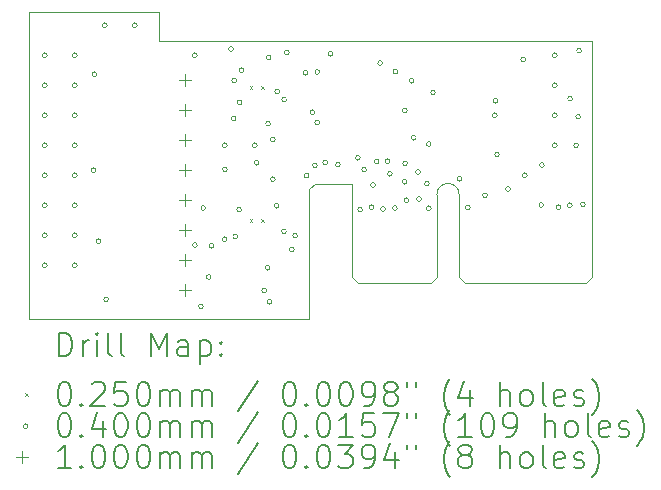
<source format=gbr>
%TF.GenerationSoftware,KiCad,Pcbnew,8.0.5*%
%TF.CreationDate,2024-11-08T07:47:15+00:00*%
%TF.ProjectId,ADE_Aux_V4,4144455f-4175-4785-9f56-342e6b696361,rev?*%
%TF.SameCoordinates,Original*%
%TF.FileFunction,Drillmap*%
%TF.FilePolarity,Positive*%
%FSLAX45Y45*%
G04 Gerber Fmt 4.5, Leading zero omitted, Abs format (unit mm)*
G04 Created by KiCad (PCBNEW 8.0.5) date 2024-11-08 07:47:15*
%MOMM*%
%LPD*%
G01*
G04 APERTURE LIST*
%ADD10C,0.100000*%
%ADD11C,0.200000*%
G04 APERTURE END LIST*
D10*
X380000Y2755000D02*
X420000Y2795000D01*
X-2000000Y4250000D02*
X-2000000Y1650000D01*
X2765000Y2795000D02*
X2765000Y4000000D01*
X-900000Y4250000D02*
X-2000000Y4250000D01*
X-2000000Y1650000D02*
X375000Y1650000D01*
X-900000Y4000000D02*
X2765000Y4000000D01*
X-900000Y4250000D02*
X-900000Y4000000D01*
X735000Y2795000D02*
X420000Y2795000D01*
X375000Y2750000D02*
X375000Y1650000D01*
X380000Y2755000D02*
X375000Y2750000D01*
X735000Y2795000D02*
X735000Y2005000D01*
X735000Y2005000D02*
X785000Y1955000D01*
X1405000Y1955000D02*
X785000Y1955000D01*
X1455000Y2700000D02*
X1455000Y2005000D01*
X1455000Y2005000D02*
X1405000Y1955000D01*
X1645000Y2700000D02*
X1645000Y2005000D01*
X1645000Y2005000D02*
X1695000Y1955000D01*
X2715000Y1955000D02*
X1695000Y1955000D01*
X2765000Y2795000D02*
X2765000Y2005000D01*
X2765000Y2005000D02*
X2715000Y1955000D01*
X1455000Y2700000D02*
G75*
G02*
X1645000Y2700000I95000J0D01*
G01*
D11*
D10*
X-130500Y3622500D02*
X-105500Y3597500D01*
X-105500Y3622500D02*
X-130500Y3597500D01*
X-130500Y2493500D02*
X-105500Y2468500D01*
X-105500Y2493500D02*
X-130500Y2468500D01*
X-30500Y3622500D02*
X-5500Y3597500D01*
X-5500Y3622500D02*
X-30500Y3597500D01*
X-30500Y2493500D02*
X-5500Y2468500D01*
X-5500Y2493500D02*
X-30500Y2468500D01*
X-1844000Y3882000D02*
G75*
G02*
X-1884000Y3882000I-20000J0D01*
G01*
X-1884000Y3882000D02*
G75*
G02*
X-1844000Y3882000I20000J0D01*
G01*
X-1844000Y3628000D02*
G75*
G02*
X-1884000Y3628000I-20000J0D01*
G01*
X-1884000Y3628000D02*
G75*
G02*
X-1844000Y3628000I20000J0D01*
G01*
X-1844000Y3374000D02*
G75*
G02*
X-1884000Y3374000I-20000J0D01*
G01*
X-1884000Y3374000D02*
G75*
G02*
X-1844000Y3374000I20000J0D01*
G01*
X-1844000Y3120000D02*
G75*
G02*
X-1884000Y3120000I-20000J0D01*
G01*
X-1884000Y3120000D02*
G75*
G02*
X-1844000Y3120000I20000J0D01*
G01*
X-1844000Y2866000D02*
G75*
G02*
X-1884000Y2866000I-20000J0D01*
G01*
X-1884000Y2866000D02*
G75*
G02*
X-1844000Y2866000I20000J0D01*
G01*
X-1844000Y2612000D02*
G75*
G02*
X-1884000Y2612000I-20000J0D01*
G01*
X-1884000Y2612000D02*
G75*
G02*
X-1844000Y2612000I20000J0D01*
G01*
X-1844000Y2358000D02*
G75*
G02*
X-1884000Y2358000I-20000J0D01*
G01*
X-1884000Y2358000D02*
G75*
G02*
X-1844000Y2358000I20000J0D01*
G01*
X-1844000Y2104000D02*
G75*
G02*
X-1884000Y2104000I-20000J0D01*
G01*
X-1884000Y2104000D02*
G75*
G02*
X-1844000Y2104000I20000J0D01*
G01*
X-1590000Y3882000D02*
G75*
G02*
X-1630000Y3882000I-20000J0D01*
G01*
X-1630000Y3882000D02*
G75*
G02*
X-1590000Y3882000I20000J0D01*
G01*
X-1590000Y3628000D02*
G75*
G02*
X-1630000Y3628000I-20000J0D01*
G01*
X-1630000Y3628000D02*
G75*
G02*
X-1590000Y3628000I20000J0D01*
G01*
X-1590000Y3374000D02*
G75*
G02*
X-1630000Y3374000I-20000J0D01*
G01*
X-1630000Y3374000D02*
G75*
G02*
X-1590000Y3374000I20000J0D01*
G01*
X-1590000Y3120000D02*
G75*
G02*
X-1630000Y3120000I-20000J0D01*
G01*
X-1630000Y3120000D02*
G75*
G02*
X-1590000Y3120000I20000J0D01*
G01*
X-1590000Y2866000D02*
G75*
G02*
X-1630000Y2866000I-20000J0D01*
G01*
X-1630000Y2866000D02*
G75*
G02*
X-1590000Y2866000I20000J0D01*
G01*
X-1590000Y2612000D02*
G75*
G02*
X-1630000Y2612000I-20000J0D01*
G01*
X-1630000Y2612000D02*
G75*
G02*
X-1590000Y2612000I20000J0D01*
G01*
X-1590000Y2358000D02*
G75*
G02*
X-1630000Y2358000I-20000J0D01*
G01*
X-1630000Y2358000D02*
G75*
G02*
X-1590000Y2358000I20000J0D01*
G01*
X-1590000Y2104000D02*
G75*
G02*
X-1630000Y2104000I-20000J0D01*
G01*
X-1630000Y2104000D02*
G75*
G02*
X-1590000Y2104000I20000J0D01*
G01*
X-1432000Y2909000D02*
G75*
G02*
X-1472000Y2909000I-20000J0D01*
G01*
X-1472000Y2909000D02*
G75*
G02*
X-1432000Y2909000I20000J0D01*
G01*
X-1424000Y3720000D02*
G75*
G02*
X-1464000Y3720000I-20000J0D01*
G01*
X-1464000Y3720000D02*
G75*
G02*
X-1424000Y3720000I20000J0D01*
G01*
X-1390000Y2306000D02*
G75*
G02*
X-1430000Y2306000I-20000J0D01*
G01*
X-1430000Y2306000D02*
G75*
G02*
X-1390000Y2306000I20000J0D01*
G01*
X-1336000Y4136000D02*
G75*
G02*
X-1376000Y4136000I-20000J0D01*
G01*
X-1376000Y4136000D02*
G75*
G02*
X-1336000Y4136000I20000J0D01*
G01*
X-1325000Y1814000D02*
G75*
G02*
X-1365000Y1814000I-20000J0D01*
G01*
X-1365000Y1814000D02*
G75*
G02*
X-1325000Y1814000I20000J0D01*
G01*
X-1082000Y4136000D02*
G75*
G02*
X-1122000Y4136000I-20000J0D01*
G01*
X-1122000Y4136000D02*
G75*
G02*
X-1082000Y4136000I20000J0D01*
G01*
X-574000Y3882000D02*
G75*
G02*
X-614000Y3882000I-20000J0D01*
G01*
X-614000Y3882000D02*
G75*
G02*
X-574000Y3882000I20000J0D01*
G01*
X-573450Y2273884D02*
G75*
G02*
X-613450Y2273884I-20000J0D01*
G01*
X-613450Y2273884D02*
G75*
G02*
X-573450Y2273884I20000J0D01*
G01*
X-522000Y1755000D02*
G75*
G02*
X-562000Y1755000I-20000J0D01*
G01*
X-562000Y1755000D02*
G75*
G02*
X-522000Y1755000I20000J0D01*
G01*
X-503000Y2588000D02*
G75*
G02*
X-543000Y2588000I-20000J0D01*
G01*
X-543000Y2588000D02*
G75*
G02*
X-503000Y2588000I20000J0D01*
G01*
X-456566Y2003391D02*
G75*
G02*
X-496566Y2003391I-20000J0D01*
G01*
X-496566Y2003391D02*
G75*
G02*
X-456566Y2003391I20000J0D01*
G01*
X-432000Y2267000D02*
G75*
G02*
X-472000Y2267000I-20000J0D01*
G01*
X-472000Y2267000D02*
G75*
G02*
X-432000Y2267000I20000J0D01*
G01*
X-321000Y2323000D02*
G75*
G02*
X-361000Y2323000I-20000J0D01*
G01*
X-361000Y2323000D02*
G75*
G02*
X-321000Y2323000I20000J0D01*
G01*
X-320000Y3120000D02*
G75*
G02*
X-360000Y3120000I-20000J0D01*
G01*
X-360000Y3120000D02*
G75*
G02*
X-320000Y3120000I20000J0D01*
G01*
X-319000Y2915000D02*
G75*
G02*
X-359000Y2915000I-20000J0D01*
G01*
X-359000Y2915000D02*
G75*
G02*
X-319000Y2915000I20000J0D01*
G01*
X-267020Y3934460D02*
G75*
G02*
X-307020Y3934460I-20000J0D01*
G01*
X-307020Y3934460D02*
G75*
G02*
X-267020Y3934460I20000J0D01*
G01*
X-245000Y3347000D02*
G75*
G02*
X-285000Y3347000I-20000J0D01*
G01*
X-285000Y3347000D02*
G75*
G02*
X-245000Y3347000I20000J0D01*
G01*
X-240000Y3669000D02*
G75*
G02*
X-280000Y3669000I-20000J0D01*
G01*
X-280000Y3669000D02*
G75*
G02*
X-240000Y3669000I20000J0D01*
G01*
X-231000Y2348000D02*
G75*
G02*
X-271000Y2348000I-20000J0D01*
G01*
X-271000Y2348000D02*
G75*
G02*
X-231000Y2348000I20000J0D01*
G01*
X-199000Y2574000D02*
G75*
G02*
X-239000Y2574000I-20000J0D01*
G01*
X-239000Y2574000D02*
G75*
G02*
X-199000Y2574000I20000J0D01*
G01*
X-195000Y3482000D02*
G75*
G02*
X-235000Y3482000I-20000J0D01*
G01*
X-235000Y3482000D02*
G75*
G02*
X-195000Y3482000I20000J0D01*
G01*
X-177550Y3755337D02*
G75*
G02*
X-217550Y3755337I-20000J0D01*
G01*
X-217550Y3755337D02*
G75*
G02*
X-177550Y3755337I20000J0D01*
G01*
X-66000Y3120000D02*
G75*
G02*
X-106000Y3120000I-20000J0D01*
G01*
X-106000Y3120000D02*
G75*
G02*
X-66000Y3120000I20000J0D01*
G01*
X-50000Y2971000D02*
G75*
G02*
X-90000Y2971000I-20000J0D01*
G01*
X-90000Y2971000D02*
G75*
G02*
X-50000Y2971000I20000J0D01*
G01*
X13000Y1889000D02*
G75*
G02*
X-27000Y1889000I-20000J0D01*
G01*
X-27000Y1889000D02*
G75*
G02*
X13000Y1889000I20000J0D01*
G01*
X43000Y2082450D02*
G75*
G02*
X3000Y2082450I-20000J0D01*
G01*
X3000Y2082450D02*
G75*
G02*
X43000Y2082450I20000J0D01*
G01*
X46000Y3302000D02*
G75*
G02*
X6000Y3302000I-20000J0D01*
G01*
X6000Y3302000D02*
G75*
G02*
X46000Y3302000I20000J0D01*
G01*
X50916Y3861056D02*
G75*
G02*
X10916Y3861056I-20000J0D01*
G01*
X10916Y3861056D02*
G75*
G02*
X50916Y3861056I20000J0D01*
G01*
X59000Y1794000D02*
G75*
G02*
X19000Y1794000I-20000J0D01*
G01*
X19000Y1794000D02*
G75*
G02*
X59000Y1794000I20000J0D01*
G01*
X86000Y3169000D02*
G75*
G02*
X46000Y3169000I-20000J0D01*
G01*
X46000Y3169000D02*
G75*
G02*
X86000Y3169000I20000J0D01*
G01*
X87000Y2832000D02*
G75*
G02*
X47000Y2832000I-20000J0D01*
G01*
X47000Y2832000D02*
G75*
G02*
X87000Y2832000I20000J0D01*
G01*
X120100Y2606000D02*
G75*
G02*
X80100Y2606000I-20000J0D01*
G01*
X80100Y2606000D02*
G75*
G02*
X120100Y2606000I20000J0D01*
G01*
X124000Y3573000D02*
G75*
G02*
X84000Y3573000I-20000J0D01*
G01*
X84000Y3573000D02*
G75*
G02*
X124000Y3573000I20000J0D01*
G01*
X181000Y2391000D02*
G75*
G02*
X141000Y2391000I-20000J0D01*
G01*
X141000Y2391000D02*
G75*
G02*
X181000Y2391000I20000J0D01*
G01*
X182550Y3504714D02*
G75*
G02*
X142550Y3504714I-20000J0D01*
G01*
X142550Y3504714D02*
G75*
G02*
X182550Y3504714I20000J0D01*
G01*
X205000Y3904550D02*
G75*
G02*
X165000Y3904550I-20000J0D01*
G01*
X165000Y3904550D02*
G75*
G02*
X205000Y3904550I20000J0D01*
G01*
X247748Y2235755D02*
G75*
G02*
X207748Y2235755I-20000J0D01*
G01*
X207748Y2235755D02*
G75*
G02*
X247748Y2235755I20000J0D01*
G01*
X275000Y2354000D02*
G75*
G02*
X235000Y2354000I-20000J0D01*
G01*
X235000Y2354000D02*
G75*
G02*
X275000Y2354000I20000J0D01*
G01*
X362900Y3733800D02*
G75*
G02*
X322900Y3733800I-20000J0D01*
G01*
X322900Y3733800D02*
G75*
G02*
X362900Y3733800I20000J0D01*
G01*
X372402Y2862000D02*
G75*
G02*
X332402Y2862000I-20000J0D01*
G01*
X332402Y2862000D02*
G75*
G02*
X372402Y2862000I20000J0D01*
G01*
X421320Y3398520D02*
G75*
G02*
X381320Y3398520I-20000J0D01*
G01*
X381320Y3398520D02*
G75*
G02*
X421320Y3398520I20000J0D01*
G01*
X443000Y2949000D02*
G75*
G02*
X403000Y2949000I-20000J0D01*
G01*
X403000Y2949000D02*
G75*
G02*
X443000Y2949000I20000J0D01*
G01*
X462845Y3311150D02*
G75*
G02*
X422845Y3311150I-20000J0D01*
G01*
X422845Y3311150D02*
G75*
G02*
X462845Y3311150I20000J0D01*
G01*
X463000Y3740000D02*
G75*
G02*
X423000Y3740000I-20000J0D01*
G01*
X423000Y3740000D02*
G75*
G02*
X463000Y3740000I20000J0D01*
G01*
X530000Y2972000D02*
G75*
G02*
X490000Y2972000I-20000J0D01*
G01*
X490000Y2972000D02*
G75*
G02*
X530000Y2972000I20000J0D01*
G01*
X574000Y3893000D02*
G75*
G02*
X534000Y3893000I-20000J0D01*
G01*
X534000Y3893000D02*
G75*
G02*
X574000Y3893000I20000J0D01*
G01*
X638230Y2954620D02*
G75*
G02*
X598230Y2954620I-20000J0D01*
G01*
X598230Y2954620D02*
G75*
G02*
X638230Y2954620I20000J0D01*
G01*
X806390Y3012440D02*
G75*
G02*
X766390Y3012440I-20000J0D01*
G01*
X766390Y3012440D02*
G75*
G02*
X806390Y3012440I20000J0D01*
G01*
X825000Y2574000D02*
G75*
G02*
X785000Y2574000I-20000J0D01*
G01*
X785000Y2574000D02*
G75*
G02*
X825000Y2574000I20000J0D01*
G01*
X859341Y2912341D02*
G75*
G02*
X819341Y2912341I-20000J0D01*
G01*
X819341Y2912341D02*
G75*
G02*
X859341Y2912341I20000J0D01*
G01*
X922000Y2595000D02*
G75*
G02*
X882000Y2595000I-20000J0D01*
G01*
X882000Y2595000D02*
G75*
G02*
X922000Y2595000I20000J0D01*
G01*
X934391Y2783391D02*
G75*
G02*
X894391Y2783391I-20000J0D01*
G01*
X894391Y2783391D02*
G75*
G02*
X934391Y2783391I20000J0D01*
G01*
X965768Y2982550D02*
G75*
G02*
X925768Y2982550I-20000J0D01*
G01*
X925768Y2982550D02*
G75*
G02*
X965768Y2982550I20000J0D01*
G01*
X995360Y3815080D02*
G75*
G02*
X955360Y3815080I-20000J0D01*
G01*
X955360Y3815080D02*
G75*
G02*
X995360Y3815080I20000J0D01*
G01*
X1020000Y2580000D02*
G75*
G02*
X980000Y2580000I-20000J0D01*
G01*
X980000Y2580000D02*
G75*
G02*
X1020000Y2580000I20000J0D01*
G01*
X1057500Y2985000D02*
G75*
G02*
X1017500Y2985000I-20000J0D01*
G01*
X1017500Y2985000D02*
G75*
G02*
X1057500Y2985000I20000J0D01*
G01*
X1077500Y2877500D02*
G75*
G02*
X1037500Y2877500I-20000J0D01*
G01*
X1037500Y2877500D02*
G75*
G02*
X1077500Y2877500I20000J0D01*
G01*
X1120000Y2587000D02*
G75*
G02*
X1080000Y2587000I-20000J0D01*
G01*
X1080000Y2587000D02*
G75*
G02*
X1120000Y2587000I20000J0D01*
G01*
X1125000Y3742500D02*
G75*
G02*
X1085000Y3742500I-20000J0D01*
G01*
X1085000Y3742500D02*
G75*
G02*
X1125000Y3742500I20000J0D01*
G01*
X1203640Y3413760D02*
G75*
G02*
X1163640Y3413760I-20000J0D01*
G01*
X1163640Y3413760D02*
G75*
G02*
X1203640Y3413760I20000J0D01*
G01*
X1203640Y2809240D02*
G75*
G02*
X1163640Y2809240I-20000J0D01*
G01*
X1163640Y2809240D02*
G75*
G02*
X1203640Y2809240I20000J0D01*
G01*
X1206180Y2966720D02*
G75*
G02*
X1166180Y2966720I-20000J0D01*
G01*
X1166180Y2966720D02*
G75*
G02*
X1206180Y2966720I20000J0D01*
G01*
X1217000Y2654000D02*
G75*
G02*
X1177000Y2654000I-20000J0D01*
G01*
X1177000Y2654000D02*
G75*
G02*
X1217000Y2654000I20000J0D01*
G01*
X1262000Y3665000D02*
G75*
G02*
X1222000Y3665000I-20000J0D01*
G01*
X1222000Y3665000D02*
G75*
G02*
X1262000Y3665000I20000J0D01*
G01*
X1279840Y3182620D02*
G75*
G02*
X1239840Y3182620I-20000J0D01*
G01*
X1239840Y3182620D02*
G75*
G02*
X1279840Y3182620I20000J0D01*
G01*
X1315400Y2893060D02*
G75*
G02*
X1275400Y2893060I-20000J0D01*
G01*
X1275400Y2893060D02*
G75*
G02*
X1315400Y2893060I20000J0D01*
G01*
X1324000Y2664000D02*
G75*
G02*
X1284000Y2664000I-20000J0D01*
G01*
X1284000Y2664000D02*
G75*
G02*
X1324000Y2664000I20000J0D01*
G01*
X1391600Y2794000D02*
G75*
G02*
X1351600Y2794000I-20000J0D01*
G01*
X1351600Y2794000D02*
G75*
G02*
X1391600Y2794000I20000J0D01*
G01*
X1406840Y3129280D02*
G75*
G02*
X1366840Y3129280I-20000J0D01*
G01*
X1366840Y3129280D02*
G75*
G02*
X1406840Y3129280I20000J0D01*
G01*
X1406840Y2585720D02*
G75*
G02*
X1366840Y2585720I-20000J0D01*
G01*
X1366840Y2585720D02*
G75*
G02*
X1406840Y2585720I20000J0D01*
G01*
X1443000Y3566000D02*
G75*
G02*
X1403000Y3566000I-20000J0D01*
G01*
X1403000Y3566000D02*
G75*
G02*
X1443000Y3566000I20000J0D01*
G01*
X1665920Y2834640D02*
G75*
G02*
X1625920Y2834640I-20000J0D01*
G01*
X1625920Y2834640D02*
G75*
G02*
X1665920Y2834640I20000J0D01*
G01*
X1737040Y2593340D02*
G75*
G02*
X1697040Y2593340I-20000J0D01*
G01*
X1697040Y2593340D02*
G75*
G02*
X1737040Y2593340I20000J0D01*
G01*
X1883000Y2696000D02*
G75*
G02*
X1843000Y2696000I-20000J0D01*
G01*
X1843000Y2696000D02*
G75*
G02*
X1883000Y2696000I20000J0D01*
G01*
X1966000Y3374000D02*
G75*
G02*
X1926000Y3374000I-20000J0D01*
G01*
X1926000Y3374000D02*
G75*
G02*
X1966000Y3374000I20000J0D01*
G01*
X1970720Y3495040D02*
G75*
G02*
X1930720Y3495040I-20000J0D01*
G01*
X1930720Y3495040D02*
G75*
G02*
X1970720Y3495040I20000J0D01*
G01*
X1985000Y3041000D02*
G75*
G02*
X1945000Y3041000I-20000J0D01*
G01*
X1945000Y3041000D02*
G75*
G02*
X1985000Y3041000I20000J0D01*
G01*
X2077000Y2748000D02*
G75*
G02*
X2037000Y2748000I-20000J0D01*
G01*
X2037000Y2748000D02*
G75*
G02*
X2077000Y2748000I20000J0D01*
G01*
X2206940Y3845560D02*
G75*
G02*
X2166940Y3845560I-20000J0D01*
G01*
X2166940Y3845560D02*
G75*
G02*
X2206940Y3845560I20000J0D01*
G01*
X2220000Y2866000D02*
G75*
G02*
X2180000Y2866000I-20000J0D01*
G01*
X2180000Y2866000D02*
G75*
G02*
X2220000Y2866000I20000J0D01*
G01*
X2359340Y2613660D02*
G75*
G02*
X2319340Y2613660I-20000J0D01*
G01*
X2319340Y2613660D02*
G75*
G02*
X2359340Y2613660I20000J0D01*
G01*
X2364420Y2951480D02*
G75*
G02*
X2324420Y2951480I-20000J0D01*
G01*
X2324420Y2951480D02*
G75*
G02*
X2364420Y2951480I20000J0D01*
G01*
X2474000Y3882000D02*
G75*
G02*
X2434000Y3882000I-20000J0D01*
G01*
X2434000Y3882000D02*
G75*
G02*
X2474000Y3882000I20000J0D01*
G01*
X2474000Y3628000D02*
G75*
G02*
X2434000Y3628000I-20000J0D01*
G01*
X2434000Y3628000D02*
G75*
G02*
X2474000Y3628000I20000J0D01*
G01*
X2474000Y3374000D02*
G75*
G02*
X2434000Y3374000I-20000J0D01*
G01*
X2434000Y3374000D02*
G75*
G02*
X2474000Y3374000I20000J0D01*
G01*
X2474000Y3120000D02*
G75*
G02*
X2434000Y3120000I-20000J0D01*
G01*
X2434000Y3120000D02*
G75*
G02*
X2474000Y3120000I20000J0D01*
G01*
X2504120Y2595880D02*
G75*
G02*
X2464120Y2595880I-20000J0D01*
G01*
X2464120Y2595880D02*
G75*
G02*
X2504120Y2595880I20000J0D01*
G01*
X2600640Y2611120D02*
G75*
G02*
X2560640Y2611120I-20000J0D01*
G01*
X2560640Y2611120D02*
G75*
G02*
X2600640Y2611120I20000J0D01*
G01*
X2603180Y3512820D02*
G75*
G02*
X2563180Y3512820I-20000J0D01*
G01*
X2563180Y3512820D02*
G75*
G02*
X2603180Y3512820I20000J0D01*
G01*
X2653980Y3119120D02*
G75*
G02*
X2613980Y3119120I-20000J0D01*
G01*
X2613980Y3119120D02*
G75*
G02*
X2653980Y3119120I20000J0D01*
G01*
X2671760Y3360420D02*
G75*
G02*
X2631760Y3360420I-20000J0D01*
G01*
X2631760Y3360420D02*
G75*
G02*
X2671760Y3360420I20000J0D01*
G01*
X2679380Y3919220D02*
G75*
G02*
X2639380Y3919220I-20000J0D01*
G01*
X2639380Y3919220D02*
G75*
G02*
X2679380Y3919220I20000J0D01*
G01*
X2712400Y2618740D02*
G75*
G02*
X2672400Y2618740I-20000J0D01*
G01*
X2672400Y2618740D02*
G75*
G02*
X2712400Y2618740I20000J0D01*
G01*
X-675020Y3719298D02*
X-675020Y3619298D01*
X-725020Y3669298D02*
X-625020Y3669298D01*
X-675020Y3465298D02*
X-675020Y3365298D01*
X-725020Y3415298D02*
X-625020Y3415298D01*
X-675020Y3211298D02*
X-675020Y3111298D01*
X-725020Y3161298D02*
X-625020Y3161298D01*
X-675020Y2957298D02*
X-675020Y2857298D01*
X-725020Y2907298D02*
X-625020Y2907298D01*
X-675020Y2703298D02*
X-675020Y2603298D01*
X-725020Y2653298D02*
X-625020Y2653298D01*
X-675020Y2449298D02*
X-675020Y2349298D01*
X-725020Y2399298D02*
X-625020Y2399298D01*
X-675020Y2195298D02*
X-675020Y2095298D01*
X-725020Y2145298D02*
X-625020Y2145298D01*
X-675020Y1941298D02*
X-675020Y1841298D01*
X-725020Y1891298D02*
X-625020Y1891298D01*
D11*
X-1744223Y1333516D02*
X-1744223Y1533516D01*
X-1744223Y1533516D02*
X-1696604Y1533516D01*
X-1696604Y1533516D02*
X-1668033Y1523992D01*
X-1668033Y1523992D02*
X-1648985Y1504945D01*
X-1648985Y1504945D02*
X-1639461Y1485897D01*
X-1639461Y1485897D02*
X-1629937Y1447802D01*
X-1629937Y1447802D02*
X-1629937Y1419230D01*
X-1629937Y1419230D02*
X-1639461Y1381135D01*
X-1639461Y1381135D02*
X-1648985Y1362088D01*
X-1648985Y1362088D02*
X-1668033Y1343040D01*
X-1668033Y1343040D02*
X-1696604Y1333516D01*
X-1696604Y1333516D02*
X-1744223Y1333516D01*
X-1544223Y1333516D02*
X-1544223Y1466849D01*
X-1544223Y1428754D02*
X-1534699Y1447802D01*
X-1534699Y1447802D02*
X-1525175Y1457326D01*
X-1525175Y1457326D02*
X-1506128Y1466849D01*
X-1506128Y1466849D02*
X-1487080Y1466849D01*
X-1420414Y1333516D02*
X-1420414Y1466849D01*
X-1420414Y1533516D02*
X-1429937Y1523992D01*
X-1429937Y1523992D02*
X-1420414Y1514468D01*
X-1420414Y1514468D02*
X-1410890Y1523992D01*
X-1410890Y1523992D02*
X-1420414Y1533516D01*
X-1420414Y1533516D02*
X-1420414Y1514468D01*
X-1296604Y1333516D02*
X-1315652Y1343040D01*
X-1315652Y1343040D02*
X-1325176Y1362088D01*
X-1325176Y1362088D02*
X-1325176Y1533516D01*
X-1191842Y1333516D02*
X-1210890Y1343040D01*
X-1210890Y1343040D02*
X-1220414Y1362088D01*
X-1220414Y1362088D02*
X-1220414Y1533516D01*
X-963271Y1333516D02*
X-963271Y1533516D01*
X-963271Y1533516D02*
X-896604Y1390659D01*
X-896604Y1390659D02*
X-829937Y1533516D01*
X-829937Y1533516D02*
X-829937Y1333516D01*
X-648985Y1333516D02*
X-648985Y1438278D01*
X-648985Y1438278D02*
X-658509Y1457326D01*
X-658509Y1457326D02*
X-677556Y1466849D01*
X-677556Y1466849D02*
X-715652Y1466849D01*
X-715652Y1466849D02*
X-734699Y1457326D01*
X-648985Y1343040D02*
X-668033Y1333516D01*
X-668033Y1333516D02*
X-715652Y1333516D01*
X-715652Y1333516D02*
X-734699Y1343040D01*
X-734699Y1343040D02*
X-744223Y1362088D01*
X-744223Y1362088D02*
X-744223Y1381135D01*
X-744223Y1381135D02*
X-734699Y1400183D01*
X-734699Y1400183D02*
X-715652Y1409707D01*
X-715652Y1409707D02*
X-668033Y1409707D01*
X-668033Y1409707D02*
X-648985Y1419230D01*
X-553747Y1466849D02*
X-553747Y1266850D01*
X-553747Y1457326D02*
X-534699Y1466849D01*
X-534699Y1466849D02*
X-496604Y1466849D01*
X-496604Y1466849D02*
X-477556Y1457326D01*
X-477556Y1457326D02*
X-468033Y1447802D01*
X-468033Y1447802D02*
X-458509Y1428754D01*
X-458509Y1428754D02*
X-458509Y1371611D01*
X-458509Y1371611D02*
X-468033Y1352564D01*
X-468033Y1352564D02*
X-477556Y1343040D01*
X-477556Y1343040D02*
X-496604Y1333516D01*
X-496604Y1333516D02*
X-534699Y1333516D01*
X-534699Y1333516D02*
X-553747Y1343040D01*
X-372794Y1352564D02*
X-363271Y1343040D01*
X-363271Y1343040D02*
X-372794Y1333516D01*
X-372794Y1333516D02*
X-382318Y1343040D01*
X-382318Y1343040D02*
X-372794Y1352564D01*
X-372794Y1352564D02*
X-372794Y1333516D01*
X-372794Y1457326D02*
X-363271Y1447802D01*
X-363271Y1447802D02*
X-372794Y1438278D01*
X-372794Y1438278D02*
X-382318Y1447802D01*
X-382318Y1447802D02*
X-372794Y1457326D01*
X-372794Y1457326D02*
X-372794Y1438278D01*
D10*
X-2030000Y1017500D02*
X-2005000Y992500D01*
X-2005000Y1017500D02*
X-2030000Y992500D01*
D11*
X-1706128Y1113516D02*
X-1687080Y1113516D01*
X-1687080Y1113516D02*
X-1668033Y1103992D01*
X-1668033Y1103992D02*
X-1658509Y1094469D01*
X-1658509Y1094469D02*
X-1648985Y1075421D01*
X-1648985Y1075421D02*
X-1639461Y1037326D01*
X-1639461Y1037326D02*
X-1639461Y989707D01*
X-1639461Y989707D02*
X-1648985Y951611D01*
X-1648985Y951611D02*
X-1658509Y932564D01*
X-1658509Y932564D02*
X-1668033Y923040D01*
X-1668033Y923040D02*
X-1687080Y913516D01*
X-1687080Y913516D02*
X-1706128Y913516D01*
X-1706128Y913516D02*
X-1725175Y923040D01*
X-1725175Y923040D02*
X-1734699Y932564D01*
X-1734699Y932564D02*
X-1744223Y951611D01*
X-1744223Y951611D02*
X-1753747Y989707D01*
X-1753747Y989707D02*
X-1753747Y1037326D01*
X-1753747Y1037326D02*
X-1744223Y1075421D01*
X-1744223Y1075421D02*
X-1734699Y1094469D01*
X-1734699Y1094469D02*
X-1725175Y1103992D01*
X-1725175Y1103992D02*
X-1706128Y1113516D01*
X-1553747Y932564D02*
X-1544223Y923040D01*
X-1544223Y923040D02*
X-1553747Y913516D01*
X-1553747Y913516D02*
X-1563271Y923040D01*
X-1563271Y923040D02*
X-1553747Y932564D01*
X-1553747Y932564D02*
X-1553747Y913516D01*
X-1468033Y1094469D02*
X-1458509Y1103992D01*
X-1458509Y1103992D02*
X-1439461Y1113516D01*
X-1439461Y1113516D02*
X-1391842Y1113516D01*
X-1391842Y1113516D02*
X-1372795Y1103992D01*
X-1372795Y1103992D02*
X-1363271Y1094469D01*
X-1363271Y1094469D02*
X-1353747Y1075421D01*
X-1353747Y1075421D02*
X-1353747Y1056373D01*
X-1353747Y1056373D02*
X-1363271Y1027802D01*
X-1363271Y1027802D02*
X-1477556Y913516D01*
X-1477556Y913516D02*
X-1353747Y913516D01*
X-1172795Y1113516D02*
X-1268033Y1113516D01*
X-1268033Y1113516D02*
X-1277556Y1018278D01*
X-1277556Y1018278D02*
X-1268033Y1027802D01*
X-1268033Y1027802D02*
X-1248985Y1037326D01*
X-1248985Y1037326D02*
X-1201366Y1037326D01*
X-1201366Y1037326D02*
X-1182318Y1027802D01*
X-1182318Y1027802D02*
X-1172795Y1018278D01*
X-1172795Y1018278D02*
X-1163271Y999230D01*
X-1163271Y999230D02*
X-1163271Y951611D01*
X-1163271Y951611D02*
X-1172795Y932564D01*
X-1172795Y932564D02*
X-1182318Y923040D01*
X-1182318Y923040D02*
X-1201366Y913516D01*
X-1201366Y913516D02*
X-1248985Y913516D01*
X-1248985Y913516D02*
X-1268033Y923040D01*
X-1268033Y923040D02*
X-1277556Y932564D01*
X-1039461Y1113516D02*
X-1020413Y1113516D01*
X-1020413Y1113516D02*
X-1001366Y1103992D01*
X-1001366Y1103992D02*
X-991842Y1094469D01*
X-991842Y1094469D02*
X-982318Y1075421D01*
X-982318Y1075421D02*
X-972794Y1037326D01*
X-972794Y1037326D02*
X-972794Y989707D01*
X-972794Y989707D02*
X-982318Y951611D01*
X-982318Y951611D02*
X-991842Y932564D01*
X-991842Y932564D02*
X-1001366Y923040D01*
X-1001366Y923040D02*
X-1020413Y913516D01*
X-1020413Y913516D02*
X-1039461Y913516D01*
X-1039461Y913516D02*
X-1058509Y923040D01*
X-1058509Y923040D02*
X-1068033Y932564D01*
X-1068033Y932564D02*
X-1077556Y951611D01*
X-1077556Y951611D02*
X-1087080Y989707D01*
X-1087080Y989707D02*
X-1087080Y1037326D01*
X-1087080Y1037326D02*
X-1077556Y1075421D01*
X-1077556Y1075421D02*
X-1068033Y1094469D01*
X-1068033Y1094469D02*
X-1058509Y1103992D01*
X-1058509Y1103992D02*
X-1039461Y1113516D01*
X-887080Y913516D02*
X-887080Y1046849D01*
X-887080Y1027802D02*
X-877556Y1037326D01*
X-877556Y1037326D02*
X-858509Y1046849D01*
X-858509Y1046849D02*
X-829937Y1046849D01*
X-829937Y1046849D02*
X-810890Y1037326D01*
X-810890Y1037326D02*
X-801366Y1018278D01*
X-801366Y1018278D02*
X-801366Y913516D01*
X-801366Y1018278D02*
X-791842Y1037326D01*
X-791842Y1037326D02*
X-772794Y1046849D01*
X-772794Y1046849D02*
X-744223Y1046849D01*
X-744223Y1046849D02*
X-725175Y1037326D01*
X-725175Y1037326D02*
X-715652Y1018278D01*
X-715652Y1018278D02*
X-715652Y913516D01*
X-620414Y913516D02*
X-620414Y1046849D01*
X-620414Y1027802D02*
X-610890Y1037326D01*
X-610890Y1037326D02*
X-591842Y1046849D01*
X-591842Y1046849D02*
X-563271Y1046849D01*
X-563271Y1046849D02*
X-544223Y1037326D01*
X-544223Y1037326D02*
X-534699Y1018278D01*
X-534699Y1018278D02*
X-534699Y913516D01*
X-534699Y1018278D02*
X-525175Y1037326D01*
X-525175Y1037326D02*
X-506128Y1046849D01*
X-506128Y1046849D02*
X-477556Y1046849D01*
X-477556Y1046849D02*
X-458509Y1037326D01*
X-458509Y1037326D02*
X-448985Y1018278D01*
X-448985Y1018278D02*
X-448985Y913516D01*
X-58509Y1123040D02*
X-229937Y865897D01*
X198634Y1113516D02*
X217682Y1113516D01*
X217682Y1113516D02*
X236729Y1103992D01*
X236729Y1103992D02*
X246253Y1094469D01*
X246253Y1094469D02*
X255777Y1075421D01*
X255777Y1075421D02*
X265301Y1037326D01*
X265301Y1037326D02*
X265301Y989707D01*
X265301Y989707D02*
X255777Y951611D01*
X255777Y951611D02*
X246253Y932564D01*
X246253Y932564D02*
X236729Y923040D01*
X236729Y923040D02*
X217682Y913516D01*
X217682Y913516D02*
X198634Y913516D01*
X198634Y913516D02*
X179586Y923040D01*
X179586Y923040D02*
X170063Y932564D01*
X170063Y932564D02*
X160539Y951611D01*
X160539Y951611D02*
X151015Y989707D01*
X151015Y989707D02*
X151015Y1037326D01*
X151015Y1037326D02*
X160539Y1075421D01*
X160539Y1075421D02*
X170063Y1094469D01*
X170063Y1094469D02*
X179586Y1103992D01*
X179586Y1103992D02*
X198634Y1113516D01*
X351015Y932564D02*
X360539Y923040D01*
X360539Y923040D02*
X351015Y913516D01*
X351015Y913516D02*
X341491Y923040D01*
X341491Y923040D02*
X351015Y932564D01*
X351015Y932564D02*
X351015Y913516D01*
X484348Y1113516D02*
X503396Y1113516D01*
X503396Y1113516D02*
X522444Y1103992D01*
X522444Y1103992D02*
X531968Y1094469D01*
X531968Y1094469D02*
X541491Y1075421D01*
X541491Y1075421D02*
X551015Y1037326D01*
X551015Y1037326D02*
X551015Y989707D01*
X551015Y989707D02*
X541491Y951611D01*
X541491Y951611D02*
X531968Y932564D01*
X531968Y932564D02*
X522444Y923040D01*
X522444Y923040D02*
X503396Y913516D01*
X503396Y913516D02*
X484348Y913516D01*
X484348Y913516D02*
X465301Y923040D01*
X465301Y923040D02*
X455777Y932564D01*
X455777Y932564D02*
X446253Y951611D01*
X446253Y951611D02*
X436729Y989707D01*
X436729Y989707D02*
X436729Y1037326D01*
X436729Y1037326D02*
X446253Y1075421D01*
X446253Y1075421D02*
X455777Y1094469D01*
X455777Y1094469D02*
X465301Y1103992D01*
X465301Y1103992D02*
X484348Y1113516D01*
X674825Y1113516D02*
X693872Y1113516D01*
X693872Y1113516D02*
X712920Y1103992D01*
X712920Y1103992D02*
X722444Y1094469D01*
X722444Y1094469D02*
X731967Y1075421D01*
X731967Y1075421D02*
X741491Y1037326D01*
X741491Y1037326D02*
X741491Y989707D01*
X741491Y989707D02*
X731967Y951611D01*
X731967Y951611D02*
X722444Y932564D01*
X722444Y932564D02*
X712920Y923040D01*
X712920Y923040D02*
X693872Y913516D01*
X693872Y913516D02*
X674825Y913516D01*
X674825Y913516D02*
X655777Y923040D01*
X655777Y923040D02*
X646253Y932564D01*
X646253Y932564D02*
X636729Y951611D01*
X636729Y951611D02*
X627206Y989707D01*
X627206Y989707D02*
X627206Y1037326D01*
X627206Y1037326D02*
X636729Y1075421D01*
X636729Y1075421D02*
X646253Y1094469D01*
X646253Y1094469D02*
X655777Y1103992D01*
X655777Y1103992D02*
X674825Y1113516D01*
X836729Y913516D02*
X874825Y913516D01*
X874825Y913516D02*
X893872Y923040D01*
X893872Y923040D02*
X903396Y932564D01*
X903396Y932564D02*
X922444Y961135D01*
X922444Y961135D02*
X931967Y999230D01*
X931967Y999230D02*
X931967Y1075421D01*
X931967Y1075421D02*
X922444Y1094469D01*
X922444Y1094469D02*
X912920Y1103992D01*
X912920Y1103992D02*
X893872Y1113516D01*
X893872Y1113516D02*
X855777Y1113516D01*
X855777Y1113516D02*
X836729Y1103992D01*
X836729Y1103992D02*
X827206Y1094469D01*
X827206Y1094469D02*
X817682Y1075421D01*
X817682Y1075421D02*
X817682Y1027802D01*
X817682Y1027802D02*
X827206Y1008754D01*
X827206Y1008754D02*
X836729Y999230D01*
X836729Y999230D02*
X855777Y989707D01*
X855777Y989707D02*
X893872Y989707D01*
X893872Y989707D02*
X912920Y999230D01*
X912920Y999230D02*
X922444Y1008754D01*
X922444Y1008754D02*
X931967Y1027802D01*
X1046253Y1027802D02*
X1027206Y1037326D01*
X1027206Y1037326D02*
X1017682Y1046849D01*
X1017682Y1046849D02*
X1008158Y1065897D01*
X1008158Y1065897D02*
X1008158Y1075421D01*
X1008158Y1075421D02*
X1017682Y1094469D01*
X1017682Y1094469D02*
X1027206Y1103992D01*
X1027206Y1103992D02*
X1046253Y1113516D01*
X1046253Y1113516D02*
X1084349Y1113516D01*
X1084349Y1113516D02*
X1103396Y1103992D01*
X1103396Y1103992D02*
X1112920Y1094469D01*
X1112920Y1094469D02*
X1122444Y1075421D01*
X1122444Y1075421D02*
X1122444Y1065897D01*
X1122444Y1065897D02*
X1112920Y1046849D01*
X1112920Y1046849D02*
X1103396Y1037326D01*
X1103396Y1037326D02*
X1084349Y1027802D01*
X1084349Y1027802D02*
X1046253Y1027802D01*
X1046253Y1027802D02*
X1027206Y1018278D01*
X1027206Y1018278D02*
X1017682Y1008754D01*
X1017682Y1008754D02*
X1008158Y989707D01*
X1008158Y989707D02*
X1008158Y951611D01*
X1008158Y951611D02*
X1017682Y932564D01*
X1017682Y932564D02*
X1027206Y923040D01*
X1027206Y923040D02*
X1046253Y913516D01*
X1046253Y913516D02*
X1084349Y913516D01*
X1084349Y913516D02*
X1103396Y923040D01*
X1103396Y923040D02*
X1112920Y932564D01*
X1112920Y932564D02*
X1122444Y951611D01*
X1122444Y951611D02*
X1122444Y989707D01*
X1122444Y989707D02*
X1112920Y1008754D01*
X1112920Y1008754D02*
X1103396Y1018278D01*
X1103396Y1018278D02*
X1084349Y1027802D01*
X1198634Y1113516D02*
X1198634Y1075421D01*
X1274825Y1113516D02*
X1274825Y1075421D01*
X1570063Y837326D02*
X1560539Y846849D01*
X1560539Y846849D02*
X1541491Y875421D01*
X1541491Y875421D02*
X1531968Y894468D01*
X1531968Y894468D02*
X1522444Y923040D01*
X1522444Y923040D02*
X1512920Y970659D01*
X1512920Y970659D02*
X1512920Y1008754D01*
X1512920Y1008754D02*
X1522444Y1056373D01*
X1522444Y1056373D02*
X1531968Y1084945D01*
X1531968Y1084945D02*
X1541491Y1103992D01*
X1541491Y1103992D02*
X1560539Y1132564D01*
X1560539Y1132564D02*
X1570063Y1142088D01*
X1731968Y1046849D02*
X1731968Y913516D01*
X1684348Y1123040D02*
X1636729Y980183D01*
X1636729Y980183D02*
X1760539Y980183D01*
X1989110Y913516D02*
X1989110Y1113516D01*
X2074825Y913516D02*
X2074825Y1018278D01*
X2074825Y1018278D02*
X2065301Y1037326D01*
X2065301Y1037326D02*
X2046253Y1046849D01*
X2046253Y1046849D02*
X2017682Y1046849D01*
X2017682Y1046849D02*
X1998634Y1037326D01*
X1998634Y1037326D02*
X1989110Y1027802D01*
X2198634Y913516D02*
X2179587Y923040D01*
X2179587Y923040D02*
X2170063Y932564D01*
X2170063Y932564D02*
X2160539Y951611D01*
X2160539Y951611D02*
X2160539Y1008754D01*
X2160539Y1008754D02*
X2170063Y1027802D01*
X2170063Y1027802D02*
X2179587Y1037326D01*
X2179587Y1037326D02*
X2198634Y1046849D01*
X2198634Y1046849D02*
X2227206Y1046849D01*
X2227206Y1046849D02*
X2246253Y1037326D01*
X2246253Y1037326D02*
X2255777Y1027802D01*
X2255777Y1027802D02*
X2265301Y1008754D01*
X2265301Y1008754D02*
X2265301Y951611D01*
X2265301Y951611D02*
X2255777Y932564D01*
X2255777Y932564D02*
X2246253Y923040D01*
X2246253Y923040D02*
X2227206Y913516D01*
X2227206Y913516D02*
X2198634Y913516D01*
X2379587Y913516D02*
X2360539Y923040D01*
X2360539Y923040D02*
X2351015Y942088D01*
X2351015Y942088D02*
X2351015Y1113516D01*
X2531968Y923040D02*
X2512920Y913516D01*
X2512920Y913516D02*
X2474825Y913516D01*
X2474825Y913516D02*
X2455777Y923040D01*
X2455777Y923040D02*
X2446253Y942088D01*
X2446253Y942088D02*
X2446253Y1018278D01*
X2446253Y1018278D02*
X2455777Y1037326D01*
X2455777Y1037326D02*
X2474825Y1046849D01*
X2474825Y1046849D02*
X2512920Y1046849D01*
X2512920Y1046849D02*
X2531968Y1037326D01*
X2531968Y1037326D02*
X2541492Y1018278D01*
X2541492Y1018278D02*
X2541492Y999230D01*
X2541492Y999230D02*
X2446253Y980183D01*
X2617682Y923040D02*
X2636730Y913516D01*
X2636730Y913516D02*
X2674825Y913516D01*
X2674825Y913516D02*
X2693873Y923040D01*
X2693873Y923040D02*
X2703396Y942088D01*
X2703396Y942088D02*
X2703396Y951611D01*
X2703396Y951611D02*
X2693873Y970659D01*
X2693873Y970659D02*
X2674825Y980183D01*
X2674825Y980183D02*
X2646253Y980183D01*
X2646253Y980183D02*
X2627206Y989707D01*
X2627206Y989707D02*
X2617682Y1008754D01*
X2617682Y1008754D02*
X2617682Y1018278D01*
X2617682Y1018278D02*
X2627206Y1037326D01*
X2627206Y1037326D02*
X2646253Y1046849D01*
X2646253Y1046849D02*
X2674825Y1046849D01*
X2674825Y1046849D02*
X2693873Y1037326D01*
X2770063Y837326D02*
X2779587Y846849D01*
X2779587Y846849D02*
X2798634Y875421D01*
X2798634Y875421D02*
X2808158Y894468D01*
X2808158Y894468D02*
X2817682Y923040D01*
X2817682Y923040D02*
X2827206Y970659D01*
X2827206Y970659D02*
X2827206Y1008754D01*
X2827206Y1008754D02*
X2817682Y1056373D01*
X2817682Y1056373D02*
X2808158Y1084945D01*
X2808158Y1084945D02*
X2798634Y1103992D01*
X2798634Y1103992D02*
X2779587Y1132564D01*
X2779587Y1132564D02*
X2770063Y1142088D01*
D10*
X-2005000Y741000D02*
G75*
G02*
X-2045000Y741000I-20000J0D01*
G01*
X-2045000Y741000D02*
G75*
G02*
X-2005000Y741000I20000J0D01*
G01*
D11*
X-1706128Y849516D02*
X-1687080Y849516D01*
X-1687080Y849516D02*
X-1668033Y839992D01*
X-1668033Y839992D02*
X-1658509Y830468D01*
X-1658509Y830468D02*
X-1648985Y811421D01*
X-1648985Y811421D02*
X-1639461Y773326D01*
X-1639461Y773326D02*
X-1639461Y725707D01*
X-1639461Y725707D02*
X-1648985Y687611D01*
X-1648985Y687611D02*
X-1658509Y668564D01*
X-1658509Y668564D02*
X-1668033Y659040D01*
X-1668033Y659040D02*
X-1687080Y649516D01*
X-1687080Y649516D02*
X-1706128Y649516D01*
X-1706128Y649516D02*
X-1725175Y659040D01*
X-1725175Y659040D02*
X-1734699Y668564D01*
X-1734699Y668564D02*
X-1744223Y687611D01*
X-1744223Y687611D02*
X-1753747Y725707D01*
X-1753747Y725707D02*
X-1753747Y773326D01*
X-1753747Y773326D02*
X-1744223Y811421D01*
X-1744223Y811421D02*
X-1734699Y830468D01*
X-1734699Y830468D02*
X-1725175Y839992D01*
X-1725175Y839992D02*
X-1706128Y849516D01*
X-1553747Y668564D02*
X-1544223Y659040D01*
X-1544223Y659040D02*
X-1553747Y649516D01*
X-1553747Y649516D02*
X-1563271Y659040D01*
X-1563271Y659040D02*
X-1553747Y668564D01*
X-1553747Y668564D02*
X-1553747Y649516D01*
X-1372795Y782849D02*
X-1372795Y649516D01*
X-1420414Y859040D02*
X-1468033Y716183D01*
X-1468033Y716183D02*
X-1344223Y716183D01*
X-1229937Y849516D02*
X-1210890Y849516D01*
X-1210890Y849516D02*
X-1191842Y839992D01*
X-1191842Y839992D02*
X-1182318Y830468D01*
X-1182318Y830468D02*
X-1172795Y811421D01*
X-1172795Y811421D02*
X-1163271Y773326D01*
X-1163271Y773326D02*
X-1163271Y725707D01*
X-1163271Y725707D02*
X-1172795Y687611D01*
X-1172795Y687611D02*
X-1182318Y668564D01*
X-1182318Y668564D02*
X-1191842Y659040D01*
X-1191842Y659040D02*
X-1210890Y649516D01*
X-1210890Y649516D02*
X-1229937Y649516D01*
X-1229937Y649516D02*
X-1248985Y659040D01*
X-1248985Y659040D02*
X-1258509Y668564D01*
X-1258509Y668564D02*
X-1268033Y687611D01*
X-1268033Y687611D02*
X-1277556Y725707D01*
X-1277556Y725707D02*
X-1277556Y773326D01*
X-1277556Y773326D02*
X-1268033Y811421D01*
X-1268033Y811421D02*
X-1258509Y830468D01*
X-1258509Y830468D02*
X-1248985Y839992D01*
X-1248985Y839992D02*
X-1229937Y849516D01*
X-1039461Y849516D02*
X-1020413Y849516D01*
X-1020413Y849516D02*
X-1001366Y839992D01*
X-1001366Y839992D02*
X-991842Y830468D01*
X-991842Y830468D02*
X-982318Y811421D01*
X-982318Y811421D02*
X-972794Y773326D01*
X-972794Y773326D02*
X-972794Y725707D01*
X-972794Y725707D02*
X-982318Y687611D01*
X-982318Y687611D02*
X-991842Y668564D01*
X-991842Y668564D02*
X-1001366Y659040D01*
X-1001366Y659040D02*
X-1020413Y649516D01*
X-1020413Y649516D02*
X-1039461Y649516D01*
X-1039461Y649516D02*
X-1058509Y659040D01*
X-1058509Y659040D02*
X-1068033Y668564D01*
X-1068033Y668564D02*
X-1077556Y687611D01*
X-1077556Y687611D02*
X-1087080Y725707D01*
X-1087080Y725707D02*
X-1087080Y773326D01*
X-1087080Y773326D02*
X-1077556Y811421D01*
X-1077556Y811421D02*
X-1068033Y830468D01*
X-1068033Y830468D02*
X-1058509Y839992D01*
X-1058509Y839992D02*
X-1039461Y849516D01*
X-887080Y649516D02*
X-887080Y782849D01*
X-887080Y763802D02*
X-877556Y773326D01*
X-877556Y773326D02*
X-858509Y782849D01*
X-858509Y782849D02*
X-829937Y782849D01*
X-829937Y782849D02*
X-810890Y773326D01*
X-810890Y773326D02*
X-801366Y754278D01*
X-801366Y754278D02*
X-801366Y649516D01*
X-801366Y754278D02*
X-791842Y773326D01*
X-791842Y773326D02*
X-772794Y782849D01*
X-772794Y782849D02*
X-744223Y782849D01*
X-744223Y782849D02*
X-725175Y773326D01*
X-725175Y773326D02*
X-715652Y754278D01*
X-715652Y754278D02*
X-715652Y649516D01*
X-620414Y649516D02*
X-620414Y782849D01*
X-620414Y763802D02*
X-610890Y773326D01*
X-610890Y773326D02*
X-591842Y782849D01*
X-591842Y782849D02*
X-563271Y782849D01*
X-563271Y782849D02*
X-544223Y773326D01*
X-544223Y773326D02*
X-534699Y754278D01*
X-534699Y754278D02*
X-534699Y649516D01*
X-534699Y754278D02*
X-525175Y773326D01*
X-525175Y773326D02*
X-506128Y782849D01*
X-506128Y782849D02*
X-477556Y782849D01*
X-477556Y782849D02*
X-458509Y773326D01*
X-458509Y773326D02*
X-448985Y754278D01*
X-448985Y754278D02*
X-448985Y649516D01*
X-58509Y859040D02*
X-229937Y601897D01*
X198634Y849516D02*
X217682Y849516D01*
X217682Y849516D02*
X236729Y839992D01*
X236729Y839992D02*
X246253Y830468D01*
X246253Y830468D02*
X255777Y811421D01*
X255777Y811421D02*
X265301Y773326D01*
X265301Y773326D02*
X265301Y725707D01*
X265301Y725707D02*
X255777Y687611D01*
X255777Y687611D02*
X246253Y668564D01*
X246253Y668564D02*
X236729Y659040D01*
X236729Y659040D02*
X217682Y649516D01*
X217682Y649516D02*
X198634Y649516D01*
X198634Y649516D02*
X179586Y659040D01*
X179586Y659040D02*
X170063Y668564D01*
X170063Y668564D02*
X160539Y687611D01*
X160539Y687611D02*
X151015Y725707D01*
X151015Y725707D02*
X151015Y773326D01*
X151015Y773326D02*
X160539Y811421D01*
X160539Y811421D02*
X170063Y830468D01*
X170063Y830468D02*
X179586Y839992D01*
X179586Y839992D02*
X198634Y849516D01*
X351015Y668564D02*
X360539Y659040D01*
X360539Y659040D02*
X351015Y649516D01*
X351015Y649516D02*
X341491Y659040D01*
X341491Y659040D02*
X351015Y668564D01*
X351015Y668564D02*
X351015Y649516D01*
X484348Y849516D02*
X503396Y849516D01*
X503396Y849516D02*
X522444Y839992D01*
X522444Y839992D02*
X531968Y830468D01*
X531968Y830468D02*
X541491Y811421D01*
X541491Y811421D02*
X551015Y773326D01*
X551015Y773326D02*
X551015Y725707D01*
X551015Y725707D02*
X541491Y687611D01*
X541491Y687611D02*
X531968Y668564D01*
X531968Y668564D02*
X522444Y659040D01*
X522444Y659040D02*
X503396Y649516D01*
X503396Y649516D02*
X484348Y649516D01*
X484348Y649516D02*
X465301Y659040D01*
X465301Y659040D02*
X455777Y668564D01*
X455777Y668564D02*
X446253Y687611D01*
X446253Y687611D02*
X436729Y725707D01*
X436729Y725707D02*
X436729Y773326D01*
X436729Y773326D02*
X446253Y811421D01*
X446253Y811421D02*
X455777Y830468D01*
X455777Y830468D02*
X465301Y839992D01*
X465301Y839992D02*
X484348Y849516D01*
X741491Y649516D02*
X627206Y649516D01*
X684348Y649516D02*
X684348Y849516D01*
X684348Y849516D02*
X665301Y820945D01*
X665301Y820945D02*
X646253Y801897D01*
X646253Y801897D02*
X627206Y792373D01*
X922444Y849516D02*
X827206Y849516D01*
X827206Y849516D02*
X817682Y754278D01*
X817682Y754278D02*
X827206Y763802D01*
X827206Y763802D02*
X846253Y773326D01*
X846253Y773326D02*
X893872Y773326D01*
X893872Y773326D02*
X912920Y763802D01*
X912920Y763802D02*
X922444Y754278D01*
X922444Y754278D02*
X931967Y735230D01*
X931967Y735230D02*
X931967Y687611D01*
X931967Y687611D02*
X922444Y668564D01*
X922444Y668564D02*
X912920Y659040D01*
X912920Y659040D02*
X893872Y649516D01*
X893872Y649516D02*
X846253Y649516D01*
X846253Y649516D02*
X827206Y659040D01*
X827206Y659040D02*
X817682Y668564D01*
X998634Y849516D02*
X1131968Y849516D01*
X1131968Y849516D02*
X1046253Y649516D01*
X1198634Y849516D02*
X1198634Y811421D01*
X1274825Y849516D02*
X1274825Y811421D01*
X1570063Y573326D02*
X1560539Y582850D01*
X1560539Y582850D02*
X1541491Y611421D01*
X1541491Y611421D02*
X1531968Y630469D01*
X1531968Y630469D02*
X1522444Y659040D01*
X1522444Y659040D02*
X1512920Y706659D01*
X1512920Y706659D02*
X1512920Y744754D01*
X1512920Y744754D02*
X1522444Y792373D01*
X1522444Y792373D02*
X1531968Y820945D01*
X1531968Y820945D02*
X1541491Y839992D01*
X1541491Y839992D02*
X1560539Y868564D01*
X1560539Y868564D02*
X1570063Y878088D01*
X1751015Y649516D02*
X1636729Y649516D01*
X1693872Y649516D02*
X1693872Y849516D01*
X1693872Y849516D02*
X1674825Y820945D01*
X1674825Y820945D02*
X1655777Y801897D01*
X1655777Y801897D02*
X1636729Y792373D01*
X1874825Y849516D02*
X1893872Y849516D01*
X1893872Y849516D02*
X1912920Y839992D01*
X1912920Y839992D02*
X1922444Y830468D01*
X1922444Y830468D02*
X1931968Y811421D01*
X1931968Y811421D02*
X1941491Y773326D01*
X1941491Y773326D02*
X1941491Y725707D01*
X1941491Y725707D02*
X1931968Y687611D01*
X1931968Y687611D02*
X1922444Y668564D01*
X1922444Y668564D02*
X1912920Y659040D01*
X1912920Y659040D02*
X1893872Y649516D01*
X1893872Y649516D02*
X1874825Y649516D01*
X1874825Y649516D02*
X1855777Y659040D01*
X1855777Y659040D02*
X1846253Y668564D01*
X1846253Y668564D02*
X1836729Y687611D01*
X1836729Y687611D02*
X1827206Y725707D01*
X1827206Y725707D02*
X1827206Y773326D01*
X1827206Y773326D02*
X1836729Y811421D01*
X1836729Y811421D02*
X1846253Y830468D01*
X1846253Y830468D02*
X1855777Y839992D01*
X1855777Y839992D02*
X1874825Y849516D01*
X2036729Y649516D02*
X2074825Y649516D01*
X2074825Y649516D02*
X2093872Y659040D01*
X2093872Y659040D02*
X2103396Y668564D01*
X2103396Y668564D02*
X2122444Y697135D01*
X2122444Y697135D02*
X2131968Y735230D01*
X2131968Y735230D02*
X2131968Y811421D01*
X2131968Y811421D02*
X2122444Y830468D01*
X2122444Y830468D02*
X2112920Y839992D01*
X2112920Y839992D02*
X2093872Y849516D01*
X2093872Y849516D02*
X2055777Y849516D01*
X2055777Y849516D02*
X2036729Y839992D01*
X2036729Y839992D02*
X2027206Y830468D01*
X2027206Y830468D02*
X2017682Y811421D01*
X2017682Y811421D02*
X2017682Y763802D01*
X2017682Y763802D02*
X2027206Y744754D01*
X2027206Y744754D02*
X2036729Y735230D01*
X2036729Y735230D02*
X2055777Y725707D01*
X2055777Y725707D02*
X2093872Y725707D01*
X2093872Y725707D02*
X2112920Y735230D01*
X2112920Y735230D02*
X2122444Y744754D01*
X2122444Y744754D02*
X2131968Y763802D01*
X2370063Y649516D02*
X2370063Y849516D01*
X2455777Y649516D02*
X2455777Y754278D01*
X2455777Y754278D02*
X2446253Y773326D01*
X2446253Y773326D02*
X2427206Y782849D01*
X2427206Y782849D02*
X2398634Y782849D01*
X2398634Y782849D02*
X2379587Y773326D01*
X2379587Y773326D02*
X2370063Y763802D01*
X2579587Y649516D02*
X2560539Y659040D01*
X2560539Y659040D02*
X2551015Y668564D01*
X2551015Y668564D02*
X2541492Y687611D01*
X2541492Y687611D02*
X2541492Y744754D01*
X2541492Y744754D02*
X2551015Y763802D01*
X2551015Y763802D02*
X2560539Y773326D01*
X2560539Y773326D02*
X2579587Y782849D01*
X2579587Y782849D02*
X2608158Y782849D01*
X2608158Y782849D02*
X2627206Y773326D01*
X2627206Y773326D02*
X2636730Y763802D01*
X2636730Y763802D02*
X2646253Y744754D01*
X2646253Y744754D02*
X2646253Y687611D01*
X2646253Y687611D02*
X2636730Y668564D01*
X2636730Y668564D02*
X2627206Y659040D01*
X2627206Y659040D02*
X2608158Y649516D01*
X2608158Y649516D02*
X2579587Y649516D01*
X2760539Y649516D02*
X2741492Y659040D01*
X2741492Y659040D02*
X2731968Y678088D01*
X2731968Y678088D02*
X2731968Y849516D01*
X2912920Y659040D02*
X2893872Y649516D01*
X2893872Y649516D02*
X2855777Y649516D01*
X2855777Y649516D02*
X2836730Y659040D01*
X2836730Y659040D02*
X2827206Y678088D01*
X2827206Y678088D02*
X2827206Y754278D01*
X2827206Y754278D02*
X2836730Y773326D01*
X2836730Y773326D02*
X2855777Y782849D01*
X2855777Y782849D02*
X2893872Y782849D01*
X2893872Y782849D02*
X2912920Y773326D01*
X2912920Y773326D02*
X2922444Y754278D01*
X2922444Y754278D02*
X2922444Y735230D01*
X2922444Y735230D02*
X2827206Y716183D01*
X2998634Y659040D02*
X3017682Y649516D01*
X3017682Y649516D02*
X3055777Y649516D01*
X3055777Y649516D02*
X3074825Y659040D01*
X3074825Y659040D02*
X3084349Y678088D01*
X3084349Y678088D02*
X3084349Y687611D01*
X3084349Y687611D02*
X3074825Y706659D01*
X3074825Y706659D02*
X3055777Y716183D01*
X3055777Y716183D02*
X3027206Y716183D01*
X3027206Y716183D02*
X3008158Y725707D01*
X3008158Y725707D02*
X2998634Y744754D01*
X2998634Y744754D02*
X2998634Y754278D01*
X2998634Y754278D02*
X3008158Y773326D01*
X3008158Y773326D02*
X3027206Y782849D01*
X3027206Y782849D02*
X3055777Y782849D01*
X3055777Y782849D02*
X3074825Y773326D01*
X3151015Y573326D02*
X3160539Y582850D01*
X3160539Y582850D02*
X3179587Y611421D01*
X3179587Y611421D02*
X3189111Y630469D01*
X3189111Y630469D02*
X3198634Y659040D01*
X3198634Y659040D02*
X3208158Y706659D01*
X3208158Y706659D02*
X3208158Y744754D01*
X3208158Y744754D02*
X3198634Y792373D01*
X3198634Y792373D02*
X3189111Y820945D01*
X3189111Y820945D02*
X3179587Y839992D01*
X3179587Y839992D02*
X3160539Y868564D01*
X3160539Y868564D02*
X3151015Y878088D01*
D10*
X-2055000Y527000D02*
X-2055000Y427000D01*
X-2105000Y477000D02*
X-2005000Y477000D01*
D11*
X-1639461Y385516D02*
X-1753747Y385516D01*
X-1696604Y385516D02*
X-1696604Y585516D01*
X-1696604Y585516D02*
X-1715652Y556945D01*
X-1715652Y556945D02*
X-1734699Y537897D01*
X-1734699Y537897D02*
X-1753747Y528373D01*
X-1553747Y404564D02*
X-1544223Y395040D01*
X-1544223Y395040D02*
X-1553747Y385516D01*
X-1553747Y385516D02*
X-1563271Y395040D01*
X-1563271Y395040D02*
X-1553747Y404564D01*
X-1553747Y404564D02*
X-1553747Y385516D01*
X-1420414Y585516D02*
X-1401366Y585516D01*
X-1401366Y585516D02*
X-1382318Y575992D01*
X-1382318Y575992D02*
X-1372795Y566469D01*
X-1372795Y566469D02*
X-1363271Y547421D01*
X-1363271Y547421D02*
X-1353747Y509326D01*
X-1353747Y509326D02*
X-1353747Y461707D01*
X-1353747Y461707D02*
X-1363271Y423611D01*
X-1363271Y423611D02*
X-1372795Y404564D01*
X-1372795Y404564D02*
X-1382318Y395040D01*
X-1382318Y395040D02*
X-1401366Y385516D01*
X-1401366Y385516D02*
X-1420414Y385516D01*
X-1420414Y385516D02*
X-1439461Y395040D01*
X-1439461Y395040D02*
X-1448985Y404564D01*
X-1448985Y404564D02*
X-1458509Y423611D01*
X-1458509Y423611D02*
X-1468033Y461707D01*
X-1468033Y461707D02*
X-1468033Y509326D01*
X-1468033Y509326D02*
X-1458509Y547421D01*
X-1458509Y547421D02*
X-1448985Y566469D01*
X-1448985Y566469D02*
X-1439461Y575992D01*
X-1439461Y575992D02*
X-1420414Y585516D01*
X-1229937Y585516D02*
X-1210890Y585516D01*
X-1210890Y585516D02*
X-1191842Y575992D01*
X-1191842Y575992D02*
X-1182318Y566469D01*
X-1182318Y566469D02*
X-1172795Y547421D01*
X-1172795Y547421D02*
X-1163271Y509326D01*
X-1163271Y509326D02*
X-1163271Y461707D01*
X-1163271Y461707D02*
X-1172795Y423611D01*
X-1172795Y423611D02*
X-1182318Y404564D01*
X-1182318Y404564D02*
X-1191842Y395040D01*
X-1191842Y395040D02*
X-1210890Y385516D01*
X-1210890Y385516D02*
X-1229937Y385516D01*
X-1229937Y385516D02*
X-1248985Y395040D01*
X-1248985Y395040D02*
X-1258509Y404564D01*
X-1258509Y404564D02*
X-1268033Y423611D01*
X-1268033Y423611D02*
X-1277556Y461707D01*
X-1277556Y461707D02*
X-1277556Y509326D01*
X-1277556Y509326D02*
X-1268033Y547421D01*
X-1268033Y547421D02*
X-1258509Y566469D01*
X-1258509Y566469D02*
X-1248985Y575992D01*
X-1248985Y575992D02*
X-1229937Y585516D01*
X-1039461Y585516D02*
X-1020413Y585516D01*
X-1020413Y585516D02*
X-1001366Y575992D01*
X-1001366Y575992D02*
X-991842Y566469D01*
X-991842Y566469D02*
X-982318Y547421D01*
X-982318Y547421D02*
X-972794Y509326D01*
X-972794Y509326D02*
X-972794Y461707D01*
X-972794Y461707D02*
X-982318Y423611D01*
X-982318Y423611D02*
X-991842Y404564D01*
X-991842Y404564D02*
X-1001366Y395040D01*
X-1001366Y395040D02*
X-1020413Y385516D01*
X-1020413Y385516D02*
X-1039461Y385516D01*
X-1039461Y385516D02*
X-1058509Y395040D01*
X-1058509Y395040D02*
X-1068033Y404564D01*
X-1068033Y404564D02*
X-1077556Y423611D01*
X-1077556Y423611D02*
X-1087080Y461707D01*
X-1087080Y461707D02*
X-1087080Y509326D01*
X-1087080Y509326D02*
X-1077556Y547421D01*
X-1077556Y547421D02*
X-1068033Y566469D01*
X-1068033Y566469D02*
X-1058509Y575992D01*
X-1058509Y575992D02*
X-1039461Y585516D01*
X-887080Y385516D02*
X-887080Y518849D01*
X-887080Y499802D02*
X-877556Y509326D01*
X-877556Y509326D02*
X-858509Y518849D01*
X-858509Y518849D02*
X-829937Y518849D01*
X-829937Y518849D02*
X-810890Y509326D01*
X-810890Y509326D02*
X-801366Y490278D01*
X-801366Y490278D02*
X-801366Y385516D01*
X-801366Y490278D02*
X-791842Y509326D01*
X-791842Y509326D02*
X-772794Y518849D01*
X-772794Y518849D02*
X-744223Y518849D01*
X-744223Y518849D02*
X-725175Y509326D01*
X-725175Y509326D02*
X-715652Y490278D01*
X-715652Y490278D02*
X-715652Y385516D01*
X-620414Y385516D02*
X-620414Y518849D01*
X-620414Y499802D02*
X-610890Y509326D01*
X-610890Y509326D02*
X-591842Y518849D01*
X-591842Y518849D02*
X-563271Y518849D01*
X-563271Y518849D02*
X-544223Y509326D01*
X-544223Y509326D02*
X-534699Y490278D01*
X-534699Y490278D02*
X-534699Y385516D01*
X-534699Y490278D02*
X-525175Y509326D01*
X-525175Y509326D02*
X-506128Y518849D01*
X-506128Y518849D02*
X-477556Y518849D01*
X-477556Y518849D02*
X-458509Y509326D01*
X-458509Y509326D02*
X-448985Y490278D01*
X-448985Y490278D02*
X-448985Y385516D01*
X-58509Y595040D02*
X-229937Y337897D01*
X198634Y585516D02*
X217682Y585516D01*
X217682Y585516D02*
X236729Y575992D01*
X236729Y575992D02*
X246253Y566469D01*
X246253Y566469D02*
X255777Y547421D01*
X255777Y547421D02*
X265301Y509326D01*
X265301Y509326D02*
X265301Y461707D01*
X265301Y461707D02*
X255777Y423611D01*
X255777Y423611D02*
X246253Y404564D01*
X246253Y404564D02*
X236729Y395040D01*
X236729Y395040D02*
X217682Y385516D01*
X217682Y385516D02*
X198634Y385516D01*
X198634Y385516D02*
X179586Y395040D01*
X179586Y395040D02*
X170063Y404564D01*
X170063Y404564D02*
X160539Y423611D01*
X160539Y423611D02*
X151015Y461707D01*
X151015Y461707D02*
X151015Y509326D01*
X151015Y509326D02*
X160539Y547421D01*
X160539Y547421D02*
X170063Y566469D01*
X170063Y566469D02*
X179586Y575992D01*
X179586Y575992D02*
X198634Y585516D01*
X351015Y404564D02*
X360539Y395040D01*
X360539Y395040D02*
X351015Y385516D01*
X351015Y385516D02*
X341491Y395040D01*
X341491Y395040D02*
X351015Y404564D01*
X351015Y404564D02*
X351015Y385516D01*
X484348Y585516D02*
X503396Y585516D01*
X503396Y585516D02*
X522444Y575992D01*
X522444Y575992D02*
X531968Y566469D01*
X531968Y566469D02*
X541491Y547421D01*
X541491Y547421D02*
X551015Y509326D01*
X551015Y509326D02*
X551015Y461707D01*
X551015Y461707D02*
X541491Y423611D01*
X541491Y423611D02*
X531968Y404564D01*
X531968Y404564D02*
X522444Y395040D01*
X522444Y395040D02*
X503396Y385516D01*
X503396Y385516D02*
X484348Y385516D01*
X484348Y385516D02*
X465301Y395040D01*
X465301Y395040D02*
X455777Y404564D01*
X455777Y404564D02*
X446253Y423611D01*
X446253Y423611D02*
X436729Y461707D01*
X436729Y461707D02*
X436729Y509326D01*
X436729Y509326D02*
X446253Y547421D01*
X446253Y547421D02*
X455777Y566469D01*
X455777Y566469D02*
X465301Y575992D01*
X465301Y575992D02*
X484348Y585516D01*
X617682Y585516D02*
X741491Y585516D01*
X741491Y585516D02*
X674825Y509326D01*
X674825Y509326D02*
X703396Y509326D01*
X703396Y509326D02*
X722444Y499802D01*
X722444Y499802D02*
X731967Y490278D01*
X731967Y490278D02*
X741491Y471230D01*
X741491Y471230D02*
X741491Y423611D01*
X741491Y423611D02*
X731967Y404564D01*
X731967Y404564D02*
X722444Y395040D01*
X722444Y395040D02*
X703396Y385516D01*
X703396Y385516D02*
X646253Y385516D01*
X646253Y385516D02*
X627206Y395040D01*
X627206Y395040D02*
X617682Y404564D01*
X836729Y385516D02*
X874825Y385516D01*
X874825Y385516D02*
X893872Y395040D01*
X893872Y395040D02*
X903396Y404564D01*
X903396Y404564D02*
X922444Y433135D01*
X922444Y433135D02*
X931967Y471230D01*
X931967Y471230D02*
X931967Y547421D01*
X931967Y547421D02*
X922444Y566469D01*
X922444Y566469D02*
X912920Y575992D01*
X912920Y575992D02*
X893872Y585516D01*
X893872Y585516D02*
X855777Y585516D01*
X855777Y585516D02*
X836729Y575992D01*
X836729Y575992D02*
X827206Y566469D01*
X827206Y566469D02*
X817682Y547421D01*
X817682Y547421D02*
X817682Y499802D01*
X817682Y499802D02*
X827206Y480754D01*
X827206Y480754D02*
X836729Y471230D01*
X836729Y471230D02*
X855777Y461707D01*
X855777Y461707D02*
X893872Y461707D01*
X893872Y461707D02*
X912920Y471230D01*
X912920Y471230D02*
X922444Y480754D01*
X922444Y480754D02*
X931967Y499802D01*
X1103396Y518849D02*
X1103396Y385516D01*
X1055777Y595040D02*
X1008158Y452183D01*
X1008158Y452183D02*
X1131968Y452183D01*
X1198634Y585516D02*
X1198634Y547421D01*
X1274825Y585516D02*
X1274825Y547421D01*
X1570063Y309326D02*
X1560539Y318850D01*
X1560539Y318850D02*
X1541491Y347421D01*
X1541491Y347421D02*
X1531968Y366468D01*
X1531968Y366468D02*
X1522444Y395040D01*
X1522444Y395040D02*
X1512920Y442659D01*
X1512920Y442659D02*
X1512920Y480754D01*
X1512920Y480754D02*
X1522444Y528373D01*
X1522444Y528373D02*
X1531968Y556945D01*
X1531968Y556945D02*
X1541491Y575992D01*
X1541491Y575992D02*
X1560539Y604564D01*
X1560539Y604564D02*
X1570063Y614088D01*
X1674825Y499802D02*
X1655777Y509326D01*
X1655777Y509326D02*
X1646253Y518849D01*
X1646253Y518849D02*
X1636729Y537897D01*
X1636729Y537897D02*
X1636729Y547421D01*
X1636729Y547421D02*
X1646253Y566469D01*
X1646253Y566469D02*
X1655777Y575992D01*
X1655777Y575992D02*
X1674825Y585516D01*
X1674825Y585516D02*
X1712920Y585516D01*
X1712920Y585516D02*
X1731968Y575992D01*
X1731968Y575992D02*
X1741491Y566469D01*
X1741491Y566469D02*
X1751015Y547421D01*
X1751015Y547421D02*
X1751015Y537897D01*
X1751015Y537897D02*
X1741491Y518849D01*
X1741491Y518849D02*
X1731968Y509326D01*
X1731968Y509326D02*
X1712920Y499802D01*
X1712920Y499802D02*
X1674825Y499802D01*
X1674825Y499802D02*
X1655777Y490278D01*
X1655777Y490278D02*
X1646253Y480754D01*
X1646253Y480754D02*
X1636729Y461707D01*
X1636729Y461707D02*
X1636729Y423611D01*
X1636729Y423611D02*
X1646253Y404564D01*
X1646253Y404564D02*
X1655777Y395040D01*
X1655777Y395040D02*
X1674825Y385516D01*
X1674825Y385516D02*
X1712920Y385516D01*
X1712920Y385516D02*
X1731968Y395040D01*
X1731968Y395040D02*
X1741491Y404564D01*
X1741491Y404564D02*
X1751015Y423611D01*
X1751015Y423611D02*
X1751015Y461707D01*
X1751015Y461707D02*
X1741491Y480754D01*
X1741491Y480754D02*
X1731968Y490278D01*
X1731968Y490278D02*
X1712920Y499802D01*
X1989110Y385516D02*
X1989110Y585516D01*
X2074825Y385516D02*
X2074825Y490278D01*
X2074825Y490278D02*
X2065301Y509326D01*
X2065301Y509326D02*
X2046253Y518849D01*
X2046253Y518849D02*
X2017682Y518849D01*
X2017682Y518849D02*
X1998634Y509326D01*
X1998634Y509326D02*
X1989110Y499802D01*
X2198634Y385516D02*
X2179587Y395040D01*
X2179587Y395040D02*
X2170063Y404564D01*
X2170063Y404564D02*
X2160539Y423611D01*
X2160539Y423611D02*
X2160539Y480754D01*
X2160539Y480754D02*
X2170063Y499802D01*
X2170063Y499802D02*
X2179587Y509326D01*
X2179587Y509326D02*
X2198634Y518849D01*
X2198634Y518849D02*
X2227206Y518849D01*
X2227206Y518849D02*
X2246253Y509326D01*
X2246253Y509326D02*
X2255777Y499802D01*
X2255777Y499802D02*
X2265301Y480754D01*
X2265301Y480754D02*
X2265301Y423611D01*
X2265301Y423611D02*
X2255777Y404564D01*
X2255777Y404564D02*
X2246253Y395040D01*
X2246253Y395040D02*
X2227206Y385516D01*
X2227206Y385516D02*
X2198634Y385516D01*
X2379587Y385516D02*
X2360539Y395040D01*
X2360539Y395040D02*
X2351015Y414088D01*
X2351015Y414088D02*
X2351015Y585516D01*
X2531968Y395040D02*
X2512920Y385516D01*
X2512920Y385516D02*
X2474825Y385516D01*
X2474825Y385516D02*
X2455777Y395040D01*
X2455777Y395040D02*
X2446253Y414088D01*
X2446253Y414088D02*
X2446253Y490278D01*
X2446253Y490278D02*
X2455777Y509326D01*
X2455777Y509326D02*
X2474825Y518849D01*
X2474825Y518849D02*
X2512920Y518849D01*
X2512920Y518849D02*
X2531968Y509326D01*
X2531968Y509326D02*
X2541492Y490278D01*
X2541492Y490278D02*
X2541492Y471230D01*
X2541492Y471230D02*
X2446253Y452183D01*
X2617682Y395040D02*
X2636730Y385516D01*
X2636730Y385516D02*
X2674825Y385516D01*
X2674825Y385516D02*
X2693873Y395040D01*
X2693873Y395040D02*
X2703396Y414088D01*
X2703396Y414088D02*
X2703396Y423611D01*
X2703396Y423611D02*
X2693873Y442659D01*
X2693873Y442659D02*
X2674825Y452183D01*
X2674825Y452183D02*
X2646253Y452183D01*
X2646253Y452183D02*
X2627206Y461707D01*
X2627206Y461707D02*
X2617682Y480754D01*
X2617682Y480754D02*
X2617682Y490278D01*
X2617682Y490278D02*
X2627206Y509326D01*
X2627206Y509326D02*
X2646253Y518849D01*
X2646253Y518849D02*
X2674825Y518849D01*
X2674825Y518849D02*
X2693873Y509326D01*
X2770063Y309326D02*
X2779587Y318850D01*
X2779587Y318850D02*
X2798634Y347421D01*
X2798634Y347421D02*
X2808158Y366468D01*
X2808158Y366468D02*
X2817682Y395040D01*
X2817682Y395040D02*
X2827206Y442659D01*
X2827206Y442659D02*
X2827206Y480754D01*
X2827206Y480754D02*
X2817682Y528373D01*
X2817682Y528373D02*
X2808158Y556945D01*
X2808158Y556945D02*
X2798634Y575992D01*
X2798634Y575992D02*
X2779587Y604564D01*
X2779587Y604564D02*
X2770063Y614088D01*
M02*

</source>
